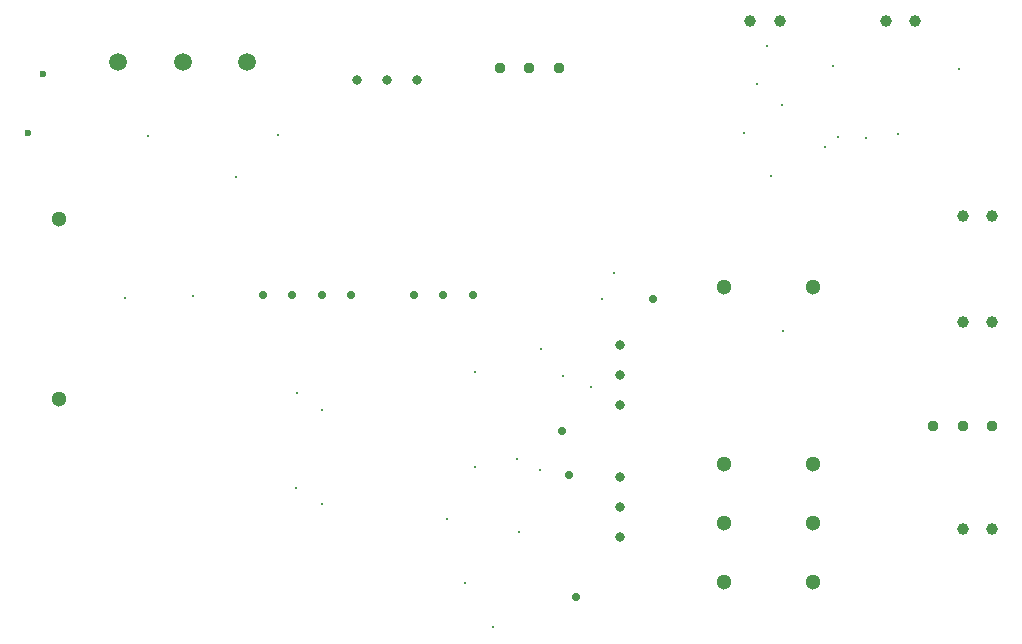
<source format=gbr>
%TF.GenerationSoftware,KiCad,Pcbnew,7.0.11-rc3*%
%TF.CreationDate,2025-03-16T23:31:13+08:00*%
%TF.ProjectId,TSAL,5453414c-2e6b-4696-9361-645f70636258,rev?*%
%TF.SameCoordinates,Original*%
%TF.FileFunction,Plated,1,2,PTH,Drill*%
%TF.FilePolarity,Positive*%
%FSLAX46Y46*%
G04 Gerber Fmt 4.6, Leading zero omitted, Abs format (unit mm)*
G04 Created by KiCad (PCBNEW 7.0.11-rc3) date 2025-03-16 23:31:13*
%MOMM*%
%LPD*%
G01*
G04 APERTURE LIST*
%TA.AperFunction,ViaDrill*%
%ADD10C,0.300000*%
%TD*%
%TA.AperFunction,ComponentDrill*%
%ADD11C,0.600000*%
%TD*%
%TA.AperFunction,ComponentDrill*%
%ADD12C,0.700000*%
%TD*%
%TA.AperFunction,ComponentDrill*%
%ADD13C,0.730000*%
%TD*%
%TA.AperFunction,ComponentDrill*%
%ADD14C,0.800000*%
%TD*%
%TA.AperFunction,ComponentDrill*%
%ADD15C,0.950000*%
%TD*%
%TA.AperFunction,ComponentDrill*%
%ADD16C,1.000000*%
%TD*%
%TA.AperFunction,ComponentDrill*%
%ADD17C,1.300000*%
%TD*%
%TA.AperFunction,ComponentDrill*%
%ADD18C,1.500000*%
%TD*%
G04 APERTURE END LIST*
D10*
X85537500Y-56450000D03*
X87537500Y-42762500D03*
X91287500Y-56250000D03*
X95000000Y-46250000D03*
X98537500Y-42637500D03*
X100087500Y-72537500D03*
X100112500Y-64537500D03*
X102212500Y-65922500D03*
X102212500Y-73922500D03*
X112850000Y-75200000D03*
X114400000Y-80600000D03*
X115200000Y-62700000D03*
X115225000Y-70750000D03*
X116750000Y-84300000D03*
X118800000Y-70100000D03*
X118900000Y-76250000D03*
X120690000Y-71057500D03*
X120787500Y-60777500D03*
X122650000Y-63050000D03*
X125000000Y-63950000D03*
X125950000Y-56500000D03*
X127000000Y-54300000D03*
X138000000Y-42500000D03*
X139050000Y-38350000D03*
X139900000Y-35100000D03*
X140250000Y-46100000D03*
X141200000Y-40100000D03*
X141300000Y-59250000D03*
X144800000Y-43700000D03*
X145550000Y-36800000D03*
X145950000Y-42800000D03*
X148300000Y-42950000D03*
X151000000Y-42600000D03*
X156200000Y-37100000D03*
D11*
%TO.C,RV1*%
X77350000Y-42500000D03*
X78650000Y-37500000D03*
D12*
%TO.C,TP9*%
X122600000Y-67750000D03*
%TO.C,TP3*%
X123200000Y-71400000D03*
%TO.C,TP7*%
X123750000Y-81750000D03*
%TO.C,TP8*%
X130287500Y-56537500D03*
D13*
%TO.C,PS1*%
X97237500Y-56237500D03*
X99737500Y-56237500D03*
X102237500Y-56237500D03*
X104737500Y-56237500D03*
X110037500Y-56237500D03*
X112537500Y-56237500D03*
X115037500Y-56237500D03*
D14*
%TO.C,RV3*%
X105190000Y-38000000D03*
X107730000Y-38000000D03*
X110270000Y-38000000D03*
%TO.C,RV4*%
X127500000Y-60420000D03*
X127500000Y-62960000D03*
X127500000Y-65500000D03*
%TO.C,RV2*%
X127500000Y-71620000D03*
X127500000Y-74160000D03*
X127500000Y-76700000D03*
D15*
%TO.C,J5*%
X117287500Y-37012500D03*
X119787500Y-37012500D03*
X122287500Y-37012500D03*
%TO.C,J2*%
X154000000Y-67250000D03*
X156500000Y-67250000D03*
X159000000Y-67250000D03*
D16*
%TO.C,J4*%
X138500000Y-33000000D03*
X141000000Y-33000000D03*
%TO.C,J1*%
X150000000Y-33000000D03*
X152500000Y-33000000D03*
%TO.C,J8*%
X156500000Y-49500000D03*
%TO.C,J6*%
X156500000Y-58500000D03*
%TO.C,J3*%
X156500000Y-76000000D03*
%TO.C,J8*%
X159000000Y-49500000D03*
%TO.C,J6*%
X159000000Y-58500000D03*
%TO.C,J3*%
X159000000Y-76000000D03*
D17*
%TO.C,D4*%
X80000000Y-49760000D03*
X80000000Y-65000000D03*
%TO.C,K1*%
X136312500Y-55500000D03*
X136312500Y-70500000D03*
X136312500Y-75500000D03*
X136312500Y-80500000D03*
X143812500Y-55500000D03*
X143812500Y-70500000D03*
X143812500Y-75500000D03*
X143812500Y-80500000D03*
D18*
%TO.C,Q5*%
X85000000Y-36500000D03*
X90450000Y-36500000D03*
X95900000Y-36500000D03*
M02*

</source>
